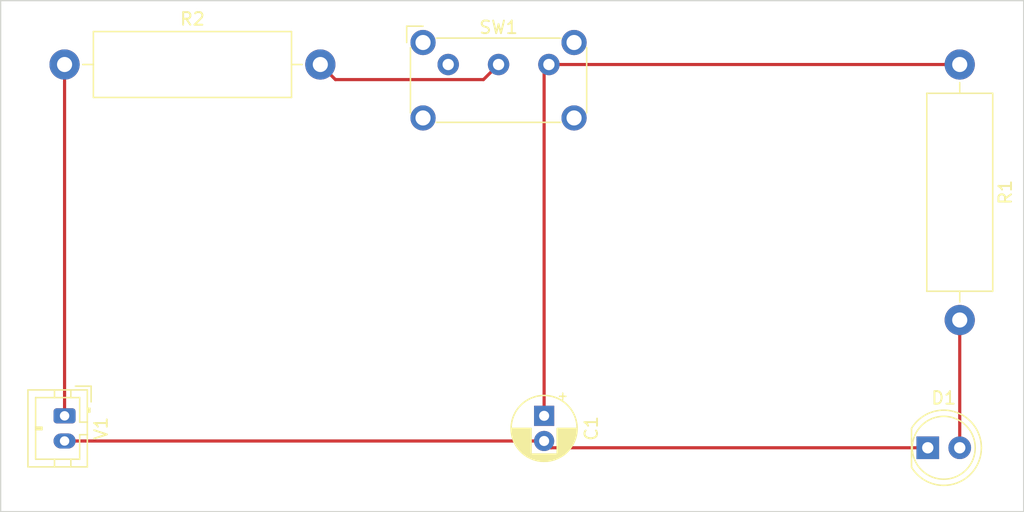
<source format=kicad_pcb>
(kicad_pcb (version 20211014) (generator pcbnew)
  (layers (0 "F.Cu" signal) (31 "B.Cu" signal) (34 "B.Paste" user) (35 "F.Paste" user) (36 "B.SilkS" user "B.Silkscreen") (37 "F.SilkS" user "F.Silkscreen") (38 "B.Mask" user) (39 "F.Mask" user) (44 "Edge.Cuts" user))
  (net 0 "")
  (net 1 "Net-(C1-Pad1)")
  (net 2 "Net-(C1-Pad2)")
  (net 3 "Net-(D1-Pad2)")
  (net 4 "Net-(R2-Pad1)")
  (net 5 "Net-(R2-Pad2)")
  (footprint "Connector_JST:JST_PH_B2B-PH-K_1x02_P2.00mm_Vertical" (layer "F.Cu") (at 96.52 73.66 -90)
    (fp_text reference "V1" (at 1 -2.9 90) (layer "F.SilkS"))
    (fp_text value "9 V")
    (fp_line (start 0.5 -1.2) (end -1.45 -1.2) (layer "F.SilkS") (width 0.12))
    (fp_line (start 1.1 1.8) (end 1.1 2.3) (layer "F.SilkS") (width 0.12))
    (fp_line (start 4.06 2.91) (end 4.06 -1.81) (layer "F.SilkS") (width 0.12))
    (fp_line (start 3.45 2.3) (end 3.45 -1.2) (layer "F.SilkS") (width 0.12))
    (fp_line (start -1.45 2.3) (end 3.45 2.3) (layer "F.SilkS") (width 0.12))
    (fp_line (start 4.06 -0.5) (end 3.45 -0.5) (layer "F.SilkS") (width 0.12))
    (fp_line (start -1.11 -2.11) (end -2.36 -2.11) (layer "F.SilkS") (width 0.12))
    (fp_line (start 0.5 -1.81) (end 0.5 -1.2) (layer "F.SilkS") (width 0.12))
    (fp_line (start -1.45 -1.2) (end -1.45 2.3) (layer "F.SilkS") (width 0.12))
    (fp_line (start -2.06 0.8) (end -1.45 0.8) (layer "F.SilkS") (width 0.12))
    (fp_line (start 4.06 0.8) (end 3.45 0.8) (layer "F.SilkS") (width 0.12))
    (fp_line (start -0.6 -2.01) (end -0.6 -1.81) (layer "F.SilkS") (width 0.12))
    (fp_line (start -2.06 -0.5) (end -1.45 -0.5) (layer "F.SilkS") (width 0.12))
    (fp_line (start -2.36 -2.11) (end -2.36 -0.86) (layer "F.SilkS") (width 0.12))
    (fp_line (start 3.45 -1.2) (end 1.5 -1.2) (layer "F.SilkS") (width 0.12))
    (fp_line (start 4.06 -1.81) (end -2.06 -1.81) (layer "F.SilkS") (width 0.12))
    (fp_line (start -2.06 -1.81) (end -2.06 2.91) (layer "F.SilkS") (width 0.12))
    (fp_line (start 1.5 -1.2) (end 1.5 -1.81) (layer "F.SilkS") (width 0.12))
    (fp_line (start -0.3 -1.91) (end -0.6 -1.91) (layer "F.SilkS") (width 0.12))
    (fp_line (start 0.9 2.3) (end 0.9 1.8) (layer "F.SilkS") (width 0.12))
    (fp_line (start 1 2.3) (end 1 1.8) (layer "F.SilkS") (width 0.12))
    (fp_line (start -0.3 -2.01) (end -0.6 -2.01) (layer "F.SilkS") (width 0.12))
    (fp_line (start -0.3 -1.81) (end -0.3 -2.01) (layer "F.SilkS") (width 0.12))
    (fp_line (start 0.9 1.8) (end 1.1 1.8) (layer "F.SilkS") (width 0.12))
    (fp_line (start -2.06 2.91) (end 4.06 2.91) (layer "F.SilkS") (width 0.12))
    (pad "1" thru_hole roundrect (at 0 0 270) (size 1.2 1.75) (drill 0.75) (layers *.Cu *.Mask) (roundrect_rratio 0.208333) (net 4 "Net-(R2-Pad1)"))
    (pad "2" thru_hole oval (at 2 0 270) (size 1.2 1.75) (drill 0.75) (layers *.Cu *.Mask) (net 2 "Net-(C1-Pad2)"))
  )
  (footprint "Button_Switch_THT:SW_E-Switch_EG1224_SPDT_Angled" (layer "F.Cu") (at 127 45.72)
    (fp_text reference "SW1" (at 4 -2.95) (layer "F.SilkS"))
    (fp_text value "SW1")
    (fp_line (start 8.95 4.6) (end -0.95 4.6) (layer "F.SilkS") (width 0.12))
    (fp_line (start 11 -1.35) (end 11 3.85) (layer "F.SilkS") (width 0.12))
    (fp_line (start -0.95 -2.1) (end 8.95 -2.1) (layer "F.SilkS") (width 0.12))
    (fp_line (start -3.3 -3.05) (end -2 -3.05) (layer "F.SilkS") (width 0.12))
    (fp_line (start -3 3.85) (end -3 -1.35) (layer "F.SilkS") (width 0.12))
    (fp_line (start -3.3 -1.75) (end -3.3 -3.05) (layer "F.SilkS") (width 0.12))
    (pad "" thru_hole circle (at 10 4.25) (size 2 2) (drill 1.2) (layers *.Cu *.Mask))
    (pad "" thru_hole circle (at -2 -1.75) (size 2 2) (drill 1.2) (layers *.Cu *.Mask))
    (pad "" thru_hole circle (at -2 4.25) (size 2 2) (drill 1.2) (layers *.Cu *.Mask))
    (pad "" thru_hole circle (at 10 -1.75) (size 2 2) (drill 1.2) (layers *.Cu *.Mask))
    (pad "1" thru_hole circle (at 0 0) (size 1.7 1.7) (drill 0.9) (layers *.Cu *.Mask))
    (pad "2" thru_hole circle (at 4 0) (size 1.7 1.7) (drill 0.9) (layers *.Cu *.Mask) (net 5 "Net-(R2-Pad2)"))
    (pad "3" thru_hole circle (at 8 0) (size 1.7 1.7) (drill 0.9) (layers *.Cu *.Mask) (net 1 "Net-(C1-Pad1)"))
  )
  (footprint "Capacitor_THT:CP_Radial_D5.0mm_P2.00mm" (layer "F.Cu") (at 134.62 73.66 -90)
    (fp_text reference "C1" (at 1 -3.75 90) (layer "F.SilkS"))
    (fp_text value "4.7 microFarads")
    (fp_line (start 1.32 1.04) (end 1.32 2.561) (layer "F.SilkS") (width 0.12))
    (fp_line (start 2.521 1.04) (end 2.521 2.095) (layer "F.SilkS") (width 0.12))
    (fp_line (start 1.08 1.04) (end 1.08 2.579) (layer "F.SilkS") (width 0.12))
    (fp_line (start 2.721 1.04) (end 2.721 1.937) (layer "F.SilkS") (width 0.12))
    (fp_line (start 1.2 -2.573) (end 1.2 -1.04) (layer "F.SilkS") (width 0.12))
    (fp_line (start 1.44 -2.543) (end 1.44 -1.04) (layer "F.SilkS") (width 0.12))
    (fp_line (start 2.801 1.04) (end 2.801 1.864) (layer "F.SilkS") (width 0.12))
    (fp_line (start 2.161 1.04) (end 2.161 2.31) (layer "F.SilkS") (width 0.12))
    (fp_line (start 1.68 1.04) (end 1.68 2.491) (layer "F.SilkS") (width 0.12))
    (fp_line (start -1.554775 -1.725) (end -1.554775 -1.225) (layer "F.SilkS") (width 0.12))
    (fp_line (start -1.804775 -1.475) (end -1.304775 -1.475) (layer "F.SilkS") (width 0.12))
    (fp_line (start 2.561 1.04) (end 2.561 2.065) (layer "F.SilkS") (width 0.12))
    (fp_line (start 1.12 -2.578) (end 1.12 -1.04) (layer "F.SilkS") (width 0.12))
    (fp_line (start 2.921 -1.743) (end 2.921 -1.04) (layer "F.SilkS") (width 0.12))
    (fp_line (start 3.041 -1.605) (end 3.041 1.605) (layer "F.SilkS") (width 0.12))
    (fp_line (start 1.961 1.04) (end 1.961 2.398) (layer "F.SilkS") (width 0.12))
    (fp_line (start 1.12 1.04) (end 1.12 2.578) (layer "F.SilkS") (width 0.12))
    (fp_line (start 1.48 1.04) (end 1.48 2.536) (layer "F.SilkS") (width 0.12))
    (fp_line (start 2.441 1.04) (end 2.441 2.149) (layer "F.SilkS") (width 0.12))
    (fp_line (start 1.6 -2.511) (end 1.6 -1.04) (layer "F.SilkS") (width 0.12))
    (fp_line (start 3.281 -1.251) (end 3.281 1.251) (layer "F.SilkS") (width 0.12))
    (fp_line (start 1.4 1.04) (end 1.4 2.55) (layer "F.SilkS") (width 0.12))
    (fp_line (start 2.961 1.04) (end 2.961 1.699) (layer "F.SilkS") (width 0.12))
    (fp_line (start 1.761 1.04) (end 1.761 2.468) (layer "F.SilkS") (width 0.12))
    (fp_line (start 1.64 -2.501) (end 1.64 -1.04) (layer "F.SilkS") (width 0.12))
    (fp_line (start 2.321 -2.224) (end 2.321 -1.04) (layer "F.SilkS") (width 0.12))
    (fp_line (start 2.721 -1.937) (end 2.721 -1.04) (layer "F.SilkS") (width 0.12))
    (fp_line (start 3.601 -0.284) (end 3.601 0.284) (layer "F.SilkS") (width 0.12))
    (fp_line (start 2.681 -1.971) (end 2.681 -1.04) (layer "F.SilkS") (width 0.12))
    (fp_line (start 1.6 1.04) (end 1.6 2.511) (layer "F.SilkS") (width 0.12))
    (fp_line (start 3.161 -1.443) (end 3.161 1.443) (layer "F.SilkS") (width 0.12))
    (fp_line (start 2.561 -2.065) (end 2.561 -1.04) (layer "F.SilkS") (width 0.12))
    (fp_line (start 1.801 1.04) (end 1.801 2.455) (layer "F.SilkS") (width 0.12))
    (fp_line (start 1.52 1.04) (end 1.52 2.528) (layer "F.SilkS") (width 0.12))
    (fp_line (start 2.001 -2.382) (end 2.001 -1.04) (layer "F.SilkS") (width 0.12))
    (fp_line (start 2.281 1.04) (end 2.281 2.247) (layer "F.SilkS") (width 0.12))
    (fp_line (start 1.4 -2.55) (end 1.4 -1.04) (layer "F.SilkS") (width 0.12))
    (fp_line (start 2.521 -2.095) (end 2.521 -1.04) (layer "F.SilkS") (width 0.12))
    (fp_line (start 2.201 -2.29) (end 2.201 -1.04) (layer "F.SilkS") (width 0.12))
    (fp_line (start 1.721 -2.48) (end 1.721 -1.04) (layer "F.SilkS") (width 0.12))
    (fp_line (start 1.08 -2.579) (end 1.08 -1.04) (layer "F.SilkS") (width 0.12))
    (fp_line (start 3.001 1.04) (end 3.001 1.653) (layer "F.SilkS") (width 0.12))
    (fp_line (start 2.761 -1.901) (end 2.761 -1.04) (layer "F.SilkS") (width 0.12))
    (fp_line (start 2.921 1.04) (end 2.921 1.743) (layer "F.SilkS") (width 0.12))
    (fp_line (start 2.961 -1.699) (end 2.961 -1.04) (layer "F.SilkS") (width 0.12))
    (fp_line (start 3.001 -1.653) (end 3.001 -1.04) (layer "F.SilkS") (width 0.12))
    (fp_line (start 1.801 -2.455) (end 1.801 -1.04) (layer "F.SilkS") (width 0.12))
    (fp_line (start 1.64 1.04) (end 1.64 2.501) (layer "F.SilkS") (width 0.12))
    (fp_line (start 2.681 1.04) (end 2.681 1.971) (layer "F.SilkS") (width 0.12))
    (fp_line (start 2.321 1.04) (end 2.321 2.224) (layer "F.SilkS") (width 0.12))
    (fp_line (start 3.561 -0.518) (end 3.561 0.518) (layer "F.SilkS") (width 0.12))
    (fp_line (start 1.921 -2.414) (end 1.921 -1.04) (layer "F.SilkS") (width 0.12))
    (fp_line (start 2.081 -2.348) (end 2.081 -1.04) (layer "F.SilkS") (width 0.12))
    (fp_line (start 3.241 -1.319) (end 3.241 1.319) (layer "F.SilkS") (width 0.12))
    (fp_line (start 1.32 -2.561) (end 1.32 -1.04) (layer "F.SilkS") (width 0.12))
    (fp_line (start 1.68 -2.491) (end 1.68 -1.04) (layer "F.SilkS") (width 0.12))
    (fp_line (start 3.361 -1.098) (end 3.361 1.098) (layer "F.SilkS") (width 0.12))
    (fp_line (start 3.121 -1.5) (end 3.121 1.5) (layer "F.SilkS") (width 0.12))
    (fp_line (start 1.2 1.04) (end 1.2 2.573) (layer "F.SilkS") (width 0.12))
    (fp_line (start 1.16 1.04) (end 1.16 2.576) (layer "F.SilkS") (width 0.12))
    (fp_line (start 2.641 1.04) (end 2.641 2.004) (layer "F.SilkS") (width 0.12))
    (fp_line (start 2.641 -2.004) (end 2.641 -1.04) (layer "F.SilkS") (width 0.12))
    (fp_line (start 1 1.04) (end 1 2.58) (layer "F.SilkS") (width 0.12))
    (fp_line (start 1.761 -2.468) (end 1.761 -1.04) (layer "F.SilkS") (width 0.12))
    (fp_line (start 2.241 1.04) (end 2.241 2.268) (layer "F.SilkS") (width 0.12))
    (fp_line (start 2.481 1.04) (end 2.481 2.122) (layer "F.SilkS") (width 0.12))
    (fp_line (start 2.081 1.04) (end 2.081 2.348) (layer "F.SilkS") (width 0.12))
    (fp_line (start 1.04 -2.58) (end 1.04 -1.04) (layer "F.SilkS") (width 0.12))
    (fp_line (start 3.201 -1.383) (end 3.201 1.383) (layer "F.SilkS") (width 0.12))
    (fp_line (start 1.36 1.04) (end 1.36 2.556) (layer "F.SilkS") (width 0.12))
    (fp_line (start 2.241 -2.268) (end 2.241 -1.04) (layer "F.SilkS") (width 0.12))
    (fp_line (start 2.361 1.04) (end 2.361 2.2) (layer "F.SilkS") (width 0.12))
    (fp_line (start 2.801 -1.864) (end 2.801 -1.04) (layer "F.SilkS") (width 0.12))
    (fp_line (start 2.441 -2.149) (end 2.441 -1.04) (layer "F.SilkS") (width 0.12))
    (fp_line (start 1.16 -2.576) (end 1.16 -1.04) (layer "F.SilkS") (width 0.12))
    (fp_line (start 3.321 -1.178) (end 3.321 1.178) (layer "F.SilkS") (width 0.12))
    (fp_line (start 1 -2.58) (end 1 -1.04) (layer "F.SilkS") (width 0.12))
    (fp_line (start 2.841 1.04) (end 2.841 1.826) (layer "F.SilkS") (width 0.12))
    (fp_line (start 2.841 -1.826) (end 2.841 -1.04) (layer "F.SilkS") (width 0.12))
    (fp_line (start 2.881 1.04) (end 2.881 1.785) (layer "F.SilkS") (width 0.12))
    (fp_line (start 2.601 1.04) (end 2.601 2.035) (layer "F.SilkS") (width 0.12))
    (fp_line (start 1.56 -2.52) (end 1.56 -1.04) (layer "F.SilkS") (width 0.12))
    (fp_line (start 3.481 -0.805) (end 3.481 0.805) (layer "F.SilkS") (width 0.12))
    (fp_line (start 2.041 -2.365) (end 2.041 -1.04) (layer "F.SilkS") (width 0.12))
    (fp_line (start 2.121 -2.329) (end 2.121 -1.04) (layer "F.SilkS") (width 0.12))
    (fp_line (start 2.001 1.04) (end 2.001 2.382) (layer "F.SilkS") (width 0.12))
    (fp_line (start 1.841 1.04) (end 1.841 2.442) (layer "F.SilkS") (width 0.12))
    (fp_line (start 1.24 -2.569) (end 1.24 -1.04) (layer "F.SilkS") (width 0.12))
    (fp_line (start 1.28 -2.565) (end 1.28 -1.04) (layer "F.SilkS") (width 0.12))
    (fp_line (start 3.081 -1.554) (end 3.081 1.554) (layer "F.SilkS") (width 0.12))
    (fp_line (start 1.52 -2.528) (end 1.52 -1.04) (layer "F.SilkS") (width 0.12))
    (fp_line (start 2.161 -2.31) (end 2.161 -1.04) (layer "F.SilkS") (width 0.12))
    (fp_line (start 1.44 1.04) (end 1.44 2.543) (layer "F.SilkS") (width 0.12))
    (fp_line (start 2.601 -2.035) (end 2.601 -1.04) (layer "F.SilkS") (width 0.12))
    (fp_line (start 1.28 1.04) (end 1.28 2.565) (layer "F.SilkS") (width 0.12))
    (fp_line (start 2.041 1.04) (end 2.041 2.365) (layer "F.SilkS") (width 0.12))
    (fp_line (start 2.481 -2.122) (end 2.481 -1.04) (layer "F.SilkS") (width 0.12))
    (fp_line (start 1.721 1.04) (end 1.721 2.48) (layer "F.SilkS") (width 0.12))
    (fp_line (start 2.881 -1.785) (end 2.881 -1.04) (layer "F.SilkS") (width 0.12))
    (fp_line (start 1.881 -2.428) (end 1.881 -1.04) (layer "F.SilkS") (width 0.12))
    (fp_line (start 2.401 1.04) (end 2.401 2.175) (layer "F.SilkS") (width 0.12))
    (fp_line (start 1.04 1.04) (end 1.04 2.58) (layer "F.SilkS") (width 0.12))
    (fp_line (start 3.401 -1.011) (end 3.401 1.011) (layer "F.SilkS") (width 0.12))
    (fp_line (start 1.56 1.04) (end 1.56 2.52) (layer "F.SilkS") (width 0.12))
    (fp_line (start 1.921 1.04) (end 1.921 2.414) (layer "F.SilkS") (width 0.12))
    (fp_line (start 1.24 1.04) (end 1.24 2.569) (layer "F.SilkS") (width 0.12))
    (fp_line (start 3.441 -0.915) (end 3.441 0.915) (layer "F.SilkS") (width 0.12))
    (fp_line (start 1.841 -2.442) (end 1.841 -1.04) (layer "F.SilkS") (width 0.12))
    (fp_line (start 1.48 -2.536) (end 1.48 -1.04) (layer "F.SilkS") (width 0.12))
    (fp_line (start 2.281 -2.247) (end 2.281 -1.04) (layer "F.SilkS") (width 0.12))
    (fp_line (start 2.121 1.04) (end 2.121 2.329) (layer "F.SilkS") (width 0.12))
    (fp_line (start 2.201 1.04) (end 2.201 2.29) (layer "F.SilkS") (width 0.12))
    (fp_line (start 1.36 -2.556) (end 1.36 -1.04) (layer "F.SilkS") (width 0.12))
    (fp_line (start 1.961 -2.398) (end 1.961 -1.04) (layer "F.SilkS") (width 0.12))
    (fp_line (start 3.521 -0.677) (end 3.521 0.677) (layer "F.SilkS") (width 0.12))
    (fp_line (start 2.361 -2.2) (end 2.361 -1.04) (layer "F.SilkS") (width 0.12))
    (fp_line (start 2.401 -2.175) (end 2.401 -1.04) (layer "F.SilkS") (width 0.12))
    (fp_line (start 2.761 1.04) (end 2.761 1.901) (layer "F.SilkS") (width 0.12))
    (fp_line (start 1.881 1.04) (end 1.881 2.428) (layer "F.SilkS") (width 0.12))
    (fp_circle (center 1 0) (end 3.62 0) (layer "F.SilkS") (width 0.12) (fill none))
    (pad "1" thru_hole rect (at 0 0 270) (size 1.6 1.6) (drill 0.8) (layers *.Cu *.Mask) (net 1 "Net-(C1-Pad1)"))
    (pad "2" thru_hole circle (at 2 0 270) (size 1.6 1.6) (drill 0.8) (layers *.Cu *.Mask) (net 2 "Net-(C1-Pad2)"))
  )
  (footprint "Resistor_THT:R_Axial_DIN0516_L15.5mm_D5.0mm_P20.32mm_Horizontal" (layer "F.Cu") (at 96.52 45.72)
    (fp_text reference "R2" (at 10.16 -3.62) (layer "F.SilkS"))
    (fp_text value "2.2 kOhms")
    (fp_line (start 18.88 0) (end 18.03 0) (layer "F.SilkS") (width 0.12))
    (fp_line (start 2.29 -2.62) (end 2.29 2.62) (layer "F.SilkS") (width 0.12))
    (fp_line (start 1.44 0) (end 2.29 0) (layer "F.SilkS") (width 0.12))
    (fp_line (start 18.03 -2.62) (end 2.29 -2.62) (layer "F.SilkS") (width 0.12))
    (fp_line (start 2.29 2.62) (end 18.03 2.62) (layer "F.SilkS") (width 0.12))
    (fp_line (start 18.03 2.62) (end 18.03 -2.62) (layer "F.SilkS") (width 0.12))
    (pad "1" thru_hole circle (at 0 0) (size 2.4 2.4) (drill 1.2) (layers *.Cu *.Mask) (net 4 "Net-(R2-Pad1)"))
    (pad "2" thru_hole oval (at 20.32 0) (size 2.4 2.4) (drill 1.2) (layers *.Cu *.Mask) (net 5 "Net-(R2-Pad2)"))
  )
  (footprint "LED_THT:LED_D5.0mm" (layer "F.Cu") (at 165.1 76.2)
    (fp_text reference "D1" (at 1.27 -3.96) (layer "F.SilkS"))
    (fp_text value "LED")
    (fp_line (start -1.29 -1.545) (end -1.29 1.545) (layer "F.SilkS") (width 0.12))
    (fp_arc (start 4.26 -0.000462) (mid 2.072002 2.880433) (end -1.29 1.54483) (layer "F.SilkS") (width 0.12))
    (fp_arc (start -1.29 -1.54483) (mid 2.072002 -2.880433) (end 4.26 0.000462) (layer "F.SilkS") (width 0.12))
    (fp_circle (center 1.27 0) (end 3.77 0) (layer "F.SilkS") (width 0.12) (fill none))
    (pad "1" thru_hole rect (at 0 0) (size 1.8 1.8) (drill 0.9) (layers *.Cu *.Mask) (net 2 "Net-(C1-Pad2)"))
    (pad "2" thru_hole circle (at 2.54 0) (size 1.8 1.8) (drill 0.9) (layers *.Cu *.Mask) (net 3 "Net-(D1-Pad2)"))
  )
  (footprint "Resistor_THT:R_Axial_DIN0516_L15.5mm_D5.0mm_P20.32mm_Horizontal" (layer "F.Cu") (at 167.64 45.72 -90)
    (fp_text reference "R1" (at 10.16 -3.62 90) (layer "F.SilkS"))
    (fp_text value "20 kOhms")
    (fp_line (start 1.44 0) (end 2.29 0) (layer "F.SilkS") (width 0.12))
    (fp_line (start 2.29 -2.62) (end 2.29 2.62) (layer "F.SilkS") (width 0.12))
    (fp_line (start 18.03 2.62) (end 18.03 -2.62) (layer "F.SilkS") (width 0.12))
    (fp_line (start 18.88 0) (end 18.03 0) (layer "F.SilkS") (width 0.12))
    (fp_line (start 2.29 2.62) (end 18.03 2.62) (layer "F.SilkS") (width 0.12))
    (fp_line (start 18.03 -2.62) (end 2.29 -2.62) (layer "F.SilkS") (width 0.12))
    (pad "1" thru_hole circle (at 0 0 270) (size 2.4 2.4) (drill 1.2) (layers *.Cu *.Mask) (net 1 "Net-(C1-Pad1)"))
    (pad "2" thru_hole oval (at 20.32 0 270) (size 2.4 2.4) (drill 1.2) (layers *.Cu *.Mask) (net 3 "Net-(D1-Pad2)"))
  )
  (gr_rect (start 91.44 40.64) (end 172.72 81.28) (layer "Edge.Cuts") (width 0.1) (fill none))
  (segment (start 134.62 46.1) (end 135 45.72) (width 0.25) (layer "F.Cu") (net 1))
  (segment (start 135 45.72) (end 167.64 45.72) (width 0.25) (layer "F.Cu") (net 1))
  (segment (start 134.62 73.66) (end 134.62 46.1) (width 0.25) (layer "F.Cu") (net 1))
  (segment (start 165.1 76.2) (end 135.16 76.2) (width 0.25) (layer "F.Cu") (net 2))
  (segment (start 135.16 76.2) (end 134.62 75.66) (width 0.25) (layer "F.Cu") (net 2))
  (segment (start 134.62 75.66) (end 96.52 75.66) (width 0.25) (layer "F.Cu") (net 2))
  (segment (start 167.64 66.04) (end 167.64 76.2) (width 0.25) (layer "F.Cu") (net 3))
  (segment (start 96.52 45.72) (end 96.52 73.66) (width 0.25) (layer "F.Cu") (net 4))
  (segment (start 116.84 45.72) (end 118.04 46.92) (width 0.25) (layer "F.Cu") (net 5))
  (segment (start 129.8 46.92) (end 131 45.72) (width 0.25) (layer "F.Cu") (net 5))
  (segment (start 118.04 46.92) (end 129.8 46.92) (width 0.25) (layer "F.Cu") (net 5))
)
</source>
